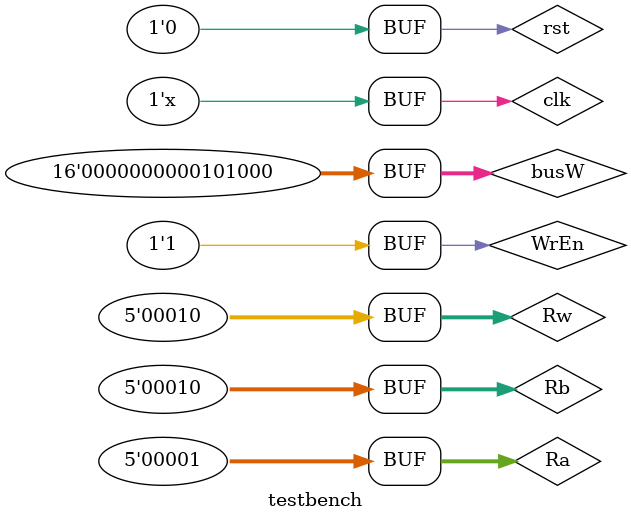
<source format=v>
`timescale 1ns / 1ps


module testbench(

    );
    /*
       reg sel;
       reg a;
       reg b;
       wire x;
       
       two_one_mux mux_UUT(.sel(sel), .a(a), .b(b), .x(x));
       
       initial
       begin
           a = 0;
           b = 1;
           sel = 0;
       end
       
       reg cin;
       reg a;
       reg b;
       wire cout;
       wire sum;
       
       addbit addbit_UUT(.cin(cin), .a(a), .b(b), .cout(cout), .sum(sum));
       
       initial
       begin
           cin = 0;
           a = 0;
           b = 0;
           #10
           cin = 0;
           a = 1;
           b = 0;
           #10
           cin = 0;
           a = 0;
           b = 1;
           #10
           cin = 0;
           a = 1;
           b = 1;
           #10
           cin = 1;
           a = 1;
           b = 1;
           #10
           cin = 1;
           a = 0;
           b = 1;
           #10
           cin = 1;
           a = 0;
           b = 0;
           #10
           cin = 1;
           a = 1;
           b = 0;
       end
       
       reg a;
       reg b;
       reg a_sel;
       reg b_sel;
       reg cin;
       reg[1:0] op;
       reg less;
       wire result;
       wire set;
       wire overflow;
       wire cout;
       
       one_bit_alu one_bit_alu_UUT(
            .a(a),
           .b(b),
           .a_sel(a_sel),
           .b_sel(b_sel),
           .cin(cin),
           .op(op),
           .less(less),
           .result(result),
           .cout(cout)
           );
         
        initial
        begin
           a = 1;
           b = 1;
           a_sel = 0;
           b_sel = 0;
           cin = 1;
           op = 2;
           less = 0;
        end
        
        reg [3:0] sel;
        wire a_sel;
        wire b_sel;
        wire [1:0] op;
        wire set;
        
        alu_control alu_control_UUT(
            .sel(sel),
            .a_sel(a_sel),
            .b_sel(b_sel),
            .op(op),
            .set(set)
            );
            
        initial
        begin
           sel = 4'b1001;
        end
        */
        /*
        reg [15:0] a;
        reg [15:0] b;
        reg [3:0] alu_control;
        wire overflow;
        wire zero;
        wire [15:0] result;
            
        sixteen_bit_alu sixteen_bit_alu(
            .a(a),
            .b(b),
            .alu_ctrl(alu_control),
            .overflow(overflow),
            .zero(zero),
            .result(result)
            );
         
         initial
         begin
         
             a = 16'b1;
             b = 16'b1;
             alu_control = 4'b1001;
             #10
             a = 16'b111;
             b = 16'b100;
             alu_control = 4'b1001;
             #10;        
            
         end
         reg[15:0] a;
         reg[15:0] b;
         reg[1:0] shift_control; // 00 arithmeitc left shift, 01 logical left shift, 10 arithmetic right shift, 11 logical right shfit
         wire[15:0] x;
         
         shifter shifter_UUT (
            .a(a),
            .b(b),
            .shift_control(shift_control), // 00 arithmeitc left shift, 01 logical left shift, 10 arithmetic right shift, 11 logical right shfit
            .x(x)
            );
            
         initial
         begin
            a = 16'b0111111111111111;
            b = 4;
            shift_control = 2'b00;
        end
        */
        reg clk;
        reg rst;
        reg[4:0] Ra;
        reg[4:0] Rb;
        reg[4:0] Rw;
        reg WrEn;
        reg[15:0] busW;
        wire[15:0] busA;
        wire[15:0] busB;
        
        register_file register_file_UUT(
            .clk(clk),
            .rst(rst),
            .Ra(Ra),
            .Rb(Rb),
            .Rw(Rw),
            .WrEn(WrEn),
            .busW(busW),
            .busA(busA),
            .busB(busB)
            );
        always #10
        begin
            clk = ~clk;
            
        end
        initial
        begin
            clk = 0;
            rst = 1;
            Ra = 1;
            Rb = 2;
            Rw = 2;
            WrEn = 1;
            busW = 40;
            #20
            rst = 0;
        end
endmodule

</source>
